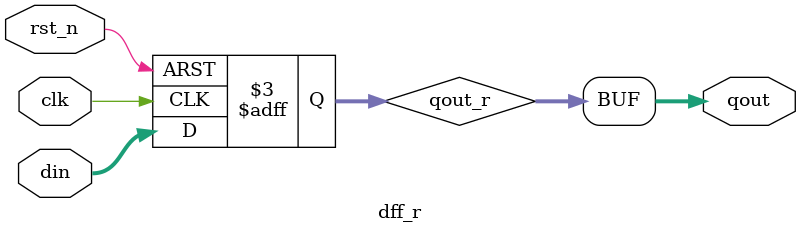
<source format=sv>

module dff_lrs # (
	parameter DW = 32
) (

	input 		lden,
	input [DW-1:0] 	din,
	output [DW-1:0] qout,
	// clock
	input		clk,
	input		rst_n
);
reg [DW-1:0] qout_r;

always@(posedge clk or negedge rst_n)
begin : dff_lrs_proc
	if (rst_n == 1'b0) begin
		qout_r <= {DW{1'b1}};
	end
	else if (lden == 1'b1) begin
		qout_r <= #1 din;
	end
end
assign qout = qout_r;

`ifndef FPGA_SOURCE
`ifndef DISABLE_SV_ASSERTION

xchecker # (
	.DW(1)
) xchecker_lrs (
	.i_dat	(lden),
	.clk	(clk)
);
`endif
`endif
endmodule

// ====================
// dff_lr : 
//	Description:
//		Default reset value is 0 with load enable
// ====================
module dff_lr # (
	parameter DW = 32
) (

	input 		lden,
	input [DW-1:0] 	din,
	output [DW-1:0] qout,
	// clock
	input		clk,
	input		rst_n
);
reg [DW-1:0] qout_r;

always@(posedge clk or negedge rst_n)
begin : dff_lr_proc
	if (rst_n == 1'b0) begin
		qout_r <= {DW{1'b0}};
	end
	else if (lden == 1'b1) begin
		qout_r <= #1 din;
	end
end
assign qout = qout_r;

`ifndef FPGA_SOURCE
`ifndef DISABLE_SV_ASSERTION

xchecker # (
	.DW(1)
) xchecker_lr (
	.i_dat	(lden),
	.clk	(clk)
);
`endif
`endif
endmodule

// ====================
// dff_l : 
//	Description:
//		no reset with load enable
// ====================
module dff_l # (
	parameter DW = 32
) (

	input 		lden,
	input [DW-1:0] 	din,
	output [DW-1:0] qout,
	// clock
	input		clk
);
reg [DW-1:0] qout_r;

always@(posedge clk)
begin : dff_l_proc
	if (lden == 1'b1) begin
		qout_r <= #1 din;
	end
end
assign qout = qout_r;

`ifndef FPGA_SOURCE
`ifndef DISABLE_SV_ASSERTION

xchecker # (
	.DW(1)
) xchecker_lr (
	.i_dat	(lden),
	.clk	(clk)
);
`endif
`endif
endmodule
// ====================
// dff_rs : 
//	Description:
//		Default reset value is 1
// ====================
module dff_rs # (
	parameter DW = 32
) (

	input [DW-1:0] 	din,
	output [DW-1:0] qout,
	// clock
	input		clk,
	input		rst_n
);
reg [DW-1:0] qout_r;

always@(posedge clk or negedge rst_n)
begin : dff_lrs_proc
	if (rst_n == 1'b0) begin
		qout_r <= {DW{1'b1}};
	end
	else begin
		qout_r <= #1 din;
	end
end
assign qout = qout_r;

`ifndef FPGA_SOURCE
`ifndef DISABLE_SV_ASSERTION

`endif
`endif
endmodule

// ====================
// dff_r : 
//	Description:
//		Default reset value is 0
// ====================
module dff_r # (
	parameter DW = 32
) (

	input [DW-1:0] 	din,
	output [DW-1:0] qout,
	// clock
	input		clk,
	input		rst_n
);
reg [DW-1:0] qout_r;

always@(posedge clk or negedge rst_n)
begin : dff_lr_proc
	if (rst_n == 1'b0) begin
		qout_r <= {DW{1'b0}};
	end
	else  begin
		qout_r <= #1 din;
	end
end
assign qout = qout_r;

`ifndef FPGA_SOURCE
`ifndef DISABLE_SV_ASSERTION

`endif
`endif
endmodule


</source>
